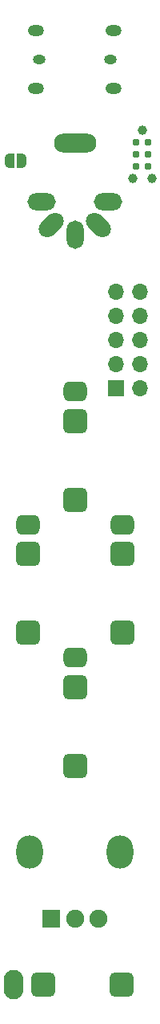
<source format=gbr>
%TF.GenerationSoftware,KiCad,Pcbnew,6.0.11-2627ca5db0~126~ubuntu22.04.1*%
%TF.CreationDate,2024-03-30T06:54:33+01:00*%
%TF.ProjectId,OTBreakOutV1,4f544272-6561-46b4-9f75-7456312e6b69,rev?*%
%TF.SameCoordinates,Original*%
%TF.FileFunction,Soldermask,Bot*%
%TF.FilePolarity,Negative*%
%FSLAX46Y46*%
G04 Gerber Fmt 4.6, Leading zero omitted, Abs format (unit mm)*
G04 Created by KiCad (PCBNEW 6.0.11-2627ca5db0~126~ubuntu22.04.1) date 2024-03-30 06:54:33*
%MOMM*%
%LPD*%
G01*
G04 APERTURE LIST*
G04 Aperture macros list*
%AMRoundRect*
0 Rectangle with rounded corners*
0 $1 Rounding radius*
0 $2 $3 $4 $5 $6 $7 $8 $9 X,Y pos of 4 corners*
0 Add a 4 corners polygon primitive as box body*
4,1,4,$2,$3,$4,$5,$6,$7,$8,$9,$2,$3,0*
0 Add four circle primitives for the rounded corners*
1,1,$1+$1,$2,$3*
1,1,$1+$1,$4,$5*
1,1,$1+$1,$6,$7*
1,1,$1+$1,$8,$9*
0 Add four rect primitives between the rounded corners*
20,1,$1+$1,$2,$3,$4,$5,0*
20,1,$1+$1,$4,$5,$6,$7,0*
20,1,$1+$1,$6,$7,$8,$9,0*
20,1,$1+$1,$8,$9,$2,$3,0*%
%AMHorizOval*
0 Thick line with rounded ends*
0 $1 width*
0 $2 $3 position (X,Y) of the first rounded end (center of the circle)*
0 $4 $5 position (X,Y) of the second rounded end (center of the circle)*
0 Add line between two ends*
20,1,$1,$2,$3,$4,$5,0*
0 Add two circle primitives to create the rounded ends*
1,1,$1,$2,$3*
1,1,$1,$4,$5*%
%AMFreePoly0*
4,1,22,0.500000,-0.750000,0.000000,-0.750000,0.000000,-0.745033,-0.079941,-0.743568,-0.215256,-0.701293,-0.333266,-0.622738,-0.424486,-0.514219,-0.481581,-0.384460,-0.499164,-0.250000,-0.500000,-0.250000,-0.500000,0.250000,-0.499164,0.250000,-0.499963,0.256109,-0.478152,0.396186,-0.417904,0.524511,-0.324060,0.630769,-0.204165,0.706417,-0.067858,0.745374,0.000000,0.744959,0.000000,0.750000,
0.500000,0.750000,0.500000,-0.750000,0.500000,-0.750000,$1*%
%AMFreePoly1*
4,1,20,0.000000,0.744959,0.073905,0.744508,0.209726,0.703889,0.328688,0.626782,0.421226,0.519385,0.479903,0.390333,0.500000,0.250000,0.500000,-0.250000,0.499851,-0.262216,0.476331,-0.402017,0.414519,-0.529596,0.319384,-0.634700,0.198574,-0.708877,0.061801,-0.746166,0.000000,-0.745033,0.000000,-0.750000,-0.500000,-0.750000,-0.500000,0.750000,0.000000,0.750000,0.000000,0.744959,
0.000000,0.744959,$1*%
G04 Aperture macros list end*
%ADD10RoundRect,0.650000X0.650000X0.650000X-0.650000X0.650000X-0.650000X-0.650000X0.650000X-0.650000X0*%
%ADD11RoundRect,0.650000X0.600000X0.400000X-0.600000X0.400000X-0.600000X-0.400000X0.600000X-0.400000X0*%
%ADD12O,2.800000X3.500000*%
%ADD13R,1.900000X1.900000*%
%ADD14C,1.900000*%
%ADD15O,4.500000X2.000000*%
%ADD16O,3.000000X1.800000*%
%ADD17O,1.800000X3.000000*%
%ADD18HorizOval,1.800000X0.424264X-0.424264X-0.424264X0.424264X0*%
%ADD19HorizOval,1.800000X0.424264X0.424264X-0.424264X-0.424264X0*%
%ADD20O,1.700000X1.200000*%
%ADD21O,1.350000X0.950000*%
%ADD22RoundRect,0.650000X-0.650000X0.650000X-0.650000X-0.650000X0.650000X-0.650000X0.650000X0.650000X0*%
%ADD23O,2.100000X3.100000*%
%ADD24FreePoly0,180.000000*%
%ADD25FreePoly1,180.000000*%
%ADD26C,0.990600*%
%ADD27C,0.787400*%
%ADD28R,1.700000X1.700000*%
%ADD29O,1.700000X1.700000*%
G04 APERTURE END LIST*
D10*
%TO.C,J2*%
X100000000Y-98620000D03*
D11*
X100000000Y-95520000D03*
D10*
X100000000Y-106920000D03*
%TD*%
D12*
%TO.C,RV1*%
X95200000Y-144000000D03*
X104800000Y-144000000D03*
D13*
X97500000Y-151000000D03*
D14*
X100000000Y-151000000D03*
X102500000Y-151000000D03*
%TD*%
D15*
%TO.C,J6*%
X100000000Y-69300000D03*
D16*
X103500000Y-75500000D03*
D17*
X100000000Y-79000000D03*
D16*
X96500000Y-75500000D03*
D18*
X102474874Y-77974874D03*
D19*
X97525126Y-77974874D03*
%TD*%
D20*
%TO.C,J8*%
X104100000Y-63570000D03*
D21*
X96225000Y-60500000D03*
D20*
X95900000Y-63570000D03*
D21*
X103775000Y-60500000D03*
D20*
X104100000Y-57430000D03*
X95900000Y-57430000D03*
%TD*%
D10*
%TO.C,J4*%
X95000000Y-112620000D03*
D11*
X95000000Y-109520000D03*
D10*
X95000000Y-120920000D03*
%TD*%
%TO.C,J5*%
X100000000Y-126620000D03*
D11*
X100000000Y-123520000D03*
D10*
X100000000Y-134920000D03*
%TD*%
%TO.C,J3*%
X105000000Y-112620000D03*
D11*
X105000000Y-109520000D03*
D10*
X105000000Y-120920000D03*
%TD*%
D22*
%TO.C,J1*%
X96620000Y-158000000D03*
D23*
X93520000Y-158000000D03*
D22*
X104920000Y-158000000D03*
%TD*%
D24*
%TO.C,JP1*%
X94350000Y-71200000D03*
D25*
X93050000Y-71200000D03*
%TD*%
D26*
%TO.C,J9*%
X106084000Y-73040000D03*
X107100000Y-67960000D03*
X108116000Y-73040000D03*
D27*
X107735000Y-69230000D03*
X106465000Y-69230000D03*
X107735000Y-70500000D03*
X106465000Y-70500000D03*
X107735000Y-71770000D03*
X106465000Y-71770000D03*
%TD*%
D28*
%TO.C,J7*%
X104350000Y-95160000D03*
D29*
X106890000Y-95160000D03*
X104350000Y-92620000D03*
X106890000Y-92620000D03*
X104350000Y-90080000D03*
X106890000Y-90080000D03*
X104350000Y-87540000D03*
X106890000Y-87540000D03*
X104350000Y-85000000D03*
X106890000Y-85000000D03*
%TD*%
M02*

</source>
